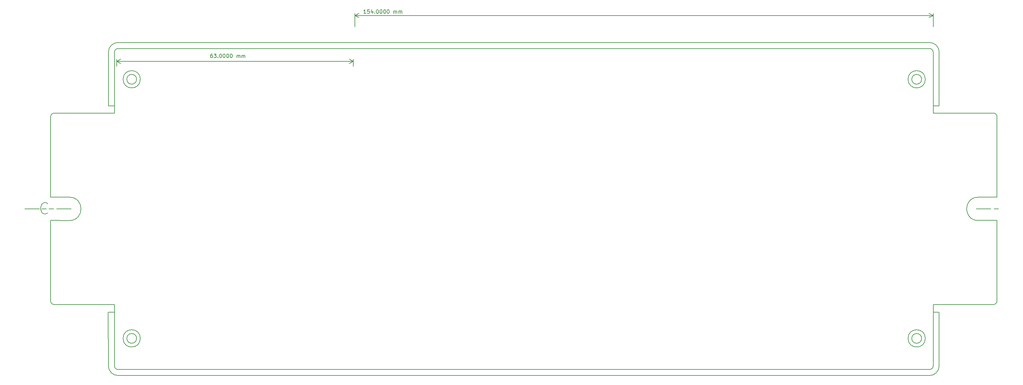
<source format=gbr>
%TF.GenerationSoftware,KiCad,Pcbnew,(6.0.11-0)*%
%TF.CreationDate,2023-05-17T22:58:47+12:00*%
%TF.ProjectId,controller-lower-cut,636f6e74-726f-46c6-9c65-722d6c6f7765,3.2*%
%TF.SameCoordinates,PX1c9c380PY1312d00*%
%TF.FileFunction,OtherDrawing,Comment*%
%FSLAX46Y46*%
G04 Gerber Fmt 4.6, Leading zero omitted, Abs format (unit mm)*
G04 Created by KiCad (PCBNEW (6.0.11-0)) date 2023-05-17 22:58:47*
%MOMM*%
%LPD*%
G01*
G04 APERTURE LIST*
%ADD10C,0.150000*%
%ADD11C,0.200000*%
G04 APERTURE END LIST*
D10*
X234300000Y-14007107D02*
G75*
G03*
X234300000Y-14007107I-1300000J0D01*
G01*
X20400000Y-4207107D02*
X236400000Y-4207107D01*
X17800000Y-21057107D02*
X17800000Y-6807107D01*
X19400000Y-23007107D02*
X19400000Y-21057107D01*
X19400000Y-6807107D02*
X19400000Y-21057107D01*
X25300000Y-83007107D02*
G75*
G03*
X25300000Y-83007107I-1300000J0D01*
G01*
X239000000Y-6807107D02*
X239000000Y-21057107D01*
X237400000Y-23007107D02*
X237400000Y-21057107D01*
X2400000Y-51607107D02*
X2400000Y-73007107D01*
X253400000Y-74007100D02*
G75*
G03*
X254400000Y-73007107I0J1000000D01*
G01*
X237400000Y-23007107D02*
X253400000Y-23007107D01*
X237400000Y-74007107D02*
X253400000Y-74007107D01*
X237400000Y-90307107D02*
X237400000Y-76057107D01*
X20400000Y-4207100D02*
G75*
G03*
X17800000Y-6807107I0J-2600000D01*
G01*
X19399993Y-90307107D02*
G75*
G03*
X20400000Y-91307107I1000007J7D01*
G01*
X238999993Y-6807107D02*
G75*
G03*
X236400000Y-4207107I-2599993J7D01*
G01*
X237400000Y-21057107D02*
X237400000Y-6807107D01*
X25300000Y-14007107D02*
G75*
G03*
X25300000Y-14007107I-1300000J0D01*
G01*
X89518Y-48507107D02*
X1300000Y-48507107D01*
X19400000Y-76057107D02*
X19400000Y-90307107D01*
X236400000Y-91307100D02*
G75*
G03*
X237400000Y-90307107I0J1000000D01*
G01*
X239000000Y-76057107D02*
X237400000Y-76057107D01*
X19400000Y-76057107D02*
X17800000Y-76057107D01*
X2400000Y-45407107D02*
X7500000Y-45407107D01*
X2400000Y-51607107D02*
X7500000Y-51621589D01*
X26300000Y-14007107D02*
G75*
G03*
X26300000Y-14007107I-2300000J0D01*
G01*
X237400000Y-76057107D02*
X237400000Y-74007107D01*
X249400000Y-45407093D02*
G75*
G03*
X249400000Y-51607107I0J-3100007D01*
G01*
X3400000Y-23007100D02*
G75*
G03*
X2400000Y-24007107I0J-1000000D01*
G01*
X2400000Y-45407107D02*
X2400000Y-24007107D01*
X17799993Y-90307107D02*
G75*
G03*
X20400000Y-92907107I2600007J7D01*
G01*
X235300000Y-83007107D02*
G75*
G03*
X235300000Y-83007107I-2300000J0D01*
G01*
X239000000Y-21057107D02*
X237400000Y-21057107D01*
X20400000Y-5807100D02*
G75*
G03*
X19400000Y-6807107I0J-1000000D01*
G01*
X19400000Y-74007107D02*
X19400000Y-76057107D01*
X254794759Y-48507107D02*
X253584277Y-48507107D01*
X254400000Y-45407107D02*
X249300000Y-45407107D01*
X254400000Y-51607107D02*
X249300000Y-51607107D01*
X20400000Y-91307107D02*
X236400000Y-91307107D01*
X20400000Y-92907107D02*
X236400000Y-92907107D01*
X1994759Y-48507107D02*
X3205241Y-48507107D01*
X19400000Y-74007107D02*
X3400000Y-74007107D01*
X254399993Y-24007107D02*
G75*
G03*
X253400000Y-23007107I-999993J7D01*
G01*
X237399993Y-6807107D02*
G75*
G03*
X236400000Y-5807107I-999993J7D01*
G01*
X7400000Y-51621593D02*
G75*
G03*
X7400000Y-45407107I0J3107243D01*
G01*
X26300000Y-83007107D02*
G75*
G03*
X26300000Y-83007107I-2300000J0D01*
G01*
X2399993Y-73007107D02*
G75*
G03*
X3400000Y-74007107I1000007J7D01*
G01*
X19400000Y-21057107D02*
X17800000Y-21057107D01*
X235300000Y-14007107D02*
G75*
G03*
X235300000Y-14007107I-2300000J0D01*
G01*
X234300000Y-83007107D02*
G75*
G03*
X234300000Y-83007107I-1300000J0D01*
G01*
X252800000Y-48507107D02*
X248900000Y-48507107D01*
X236400000Y-5807107D02*
X20400000Y-5807107D01*
X239000000Y-76057107D02*
X239000000Y-90307107D01*
X236400000Y-92907100D02*
G75*
G03*
X239000000Y-90307107I0J2600000D01*
G01*
X19400000Y-23007107D02*
X3400000Y-23007107D01*
X-4500000Y-48507107D02*
X-600000Y-48507107D01*
X254400000Y-51607107D02*
X254400000Y-73007107D01*
X254400000Y-45407107D02*
X254400000Y-24007107D01*
X3989518Y-48507107D02*
X7889518Y-48507107D01*
X17750000Y-76057107D02*
X17800000Y-90307107D01*
D11*
X1628571Y-49578535D02*
X1485714Y-49721392D01*
X1057142Y-49864249D01*
X771428Y-49864249D01*
X342857Y-49721392D01*
X57142Y-49435678D01*
X-85715Y-49149964D01*
X-228572Y-48578535D01*
X-228572Y-48149964D01*
X-85715Y-47578535D01*
X57142Y-47292821D01*
X342857Y-47007107D01*
X771428Y-46864249D01*
X1057142Y-46864249D01*
X1485714Y-47007107D01*
X1628571Y-47149964D01*
D10*
X86376190Y3540513D02*
X85804761Y3540513D01*
X86090476Y3540513D02*
X86090476Y4540513D01*
X85995238Y4397655D01*
X85900000Y4302417D01*
X85804761Y4254798D01*
X87280952Y4540513D02*
X86804761Y4540513D01*
X86757142Y4064322D01*
X86804761Y4111941D01*
X86900000Y4159560D01*
X87138095Y4159560D01*
X87233333Y4111941D01*
X87280952Y4064322D01*
X87328571Y3969084D01*
X87328571Y3730989D01*
X87280952Y3635751D01*
X87233333Y3588132D01*
X87138095Y3540513D01*
X86900000Y3540513D01*
X86804761Y3588132D01*
X86757142Y3635751D01*
X88185714Y4207179D02*
X88185714Y3540513D01*
X87947619Y4588132D02*
X87709523Y3873846D01*
X88328571Y3873846D01*
X88709523Y3635751D02*
X88757142Y3588132D01*
X88709523Y3540513D01*
X88661904Y3588132D01*
X88709523Y3635751D01*
X88709523Y3540513D01*
X89376190Y4540513D02*
X89471428Y4540513D01*
X89566666Y4492893D01*
X89614285Y4445274D01*
X89661904Y4350036D01*
X89709523Y4159560D01*
X89709523Y3921465D01*
X89661904Y3730989D01*
X89614285Y3635751D01*
X89566666Y3588132D01*
X89471428Y3540513D01*
X89376190Y3540513D01*
X89280952Y3588132D01*
X89233333Y3635751D01*
X89185714Y3730989D01*
X89138095Y3921465D01*
X89138095Y4159560D01*
X89185714Y4350036D01*
X89233333Y4445274D01*
X89280952Y4492893D01*
X89376190Y4540513D01*
X90328571Y4540513D02*
X90423809Y4540513D01*
X90519047Y4492893D01*
X90566666Y4445274D01*
X90614285Y4350036D01*
X90661904Y4159560D01*
X90661904Y3921465D01*
X90614285Y3730989D01*
X90566666Y3635751D01*
X90519047Y3588132D01*
X90423809Y3540513D01*
X90328571Y3540513D01*
X90233333Y3588132D01*
X90185714Y3635751D01*
X90138095Y3730989D01*
X90090476Y3921465D01*
X90090476Y4159560D01*
X90138095Y4350036D01*
X90185714Y4445274D01*
X90233333Y4492893D01*
X90328571Y4540513D01*
X91280952Y4540513D02*
X91376190Y4540513D01*
X91471428Y4492893D01*
X91519047Y4445274D01*
X91566666Y4350036D01*
X91614285Y4159560D01*
X91614285Y3921465D01*
X91566666Y3730989D01*
X91519047Y3635751D01*
X91471428Y3588132D01*
X91376190Y3540513D01*
X91280952Y3540513D01*
X91185714Y3588132D01*
X91138095Y3635751D01*
X91090476Y3730989D01*
X91042857Y3921465D01*
X91042857Y4159560D01*
X91090476Y4350036D01*
X91138095Y4445274D01*
X91185714Y4492893D01*
X91280952Y4540513D01*
X92233333Y4540513D02*
X92328571Y4540513D01*
X92423809Y4492893D01*
X92471428Y4445274D01*
X92519047Y4350036D01*
X92566666Y4159560D01*
X92566666Y3921465D01*
X92519047Y3730989D01*
X92471428Y3635751D01*
X92423809Y3588132D01*
X92328571Y3540513D01*
X92233333Y3540513D01*
X92138095Y3588132D01*
X92090476Y3635751D01*
X92042857Y3730989D01*
X91995238Y3921465D01*
X91995238Y4159560D01*
X92042857Y4350036D01*
X92090476Y4445274D01*
X92138095Y4492893D01*
X92233333Y4540513D01*
X93757142Y3540513D02*
X93757142Y4207179D01*
X93757142Y4111941D02*
X93804761Y4159560D01*
X93900000Y4207179D01*
X94042857Y4207179D01*
X94138095Y4159560D01*
X94185714Y4064322D01*
X94185714Y3540513D01*
X94185714Y4064322D02*
X94233333Y4159560D01*
X94328571Y4207179D01*
X94471428Y4207179D01*
X94566666Y4159560D01*
X94614285Y4064322D01*
X94614285Y3540513D01*
X95090476Y3540513D02*
X95090476Y4207179D01*
X95090476Y4111941D02*
X95138095Y4159560D01*
X95233333Y4207179D01*
X95376190Y4207179D01*
X95471428Y4159560D01*
X95519047Y4064322D01*
X95519047Y3540513D01*
X95519047Y4064322D02*
X95566666Y4159560D01*
X95661904Y4207179D01*
X95804761Y4207179D01*
X95900000Y4159560D01*
X95947619Y4064322D01*
X95947619Y3540513D01*
X237400000Y0D02*
X237400000Y3586420D01*
X83400000Y0D02*
X83400000Y3586420D01*
X237400000Y3000000D02*
X83400000Y3000000D01*
X237400000Y3000000D02*
X83400000Y3000000D01*
X237400000Y3000000D02*
X236273496Y3586421D01*
X237400000Y3000000D02*
X236273496Y2413579D01*
X83400000Y3000000D02*
X84526504Y2413579D01*
X83400000Y3000000D02*
X84526504Y3586421D01*
X45457142Y-7252380D02*
X45266666Y-7252380D01*
X45171428Y-7300000D01*
X45123809Y-7347619D01*
X45028571Y-7490476D01*
X44980952Y-7680952D01*
X44980952Y-8061904D01*
X45028571Y-8157142D01*
X45076190Y-8204761D01*
X45171428Y-8252380D01*
X45361904Y-8252380D01*
X45457142Y-8204761D01*
X45504761Y-8157142D01*
X45552380Y-8061904D01*
X45552380Y-7823809D01*
X45504761Y-7728571D01*
X45457142Y-7680952D01*
X45361904Y-7633333D01*
X45171428Y-7633333D01*
X45076190Y-7680952D01*
X45028571Y-7728571D01*
X44980952Y-7823809D01*
X45885714Y-7252380D02*
X46504761Y-7252380D01*
X46171428Y-7633333D01*
X46314285Y-7633333D01*
X46409523Y-7680952D01*
X46457142Y-7728571D01*
X46504761Y-7823809D01*
X46504761Y-8061904D01*
X46457142Y-8157142D01*
X46409523Y-8204761D01*
X46314285Y-8252380D01*
X46028571Y-8252380D01*
X45933333Y-8204761D01*
X45885714Y-8157142D01*
X46933333Y-8157142D02*
X46980952Y-8204761D01*
X46933333Y-8252380D01*
X46885714Y-8204761D01*
X46933333Y-8157142D01*
X46933333Y-8252380D01*
X47600000Y-7252380D02*
X47695238Y-7252380D01*
X47790476Y-7300000D01*
X47838095Y-7347619D01*
X47885714Y-7442857D01*
X47933333Y-7633333D01*
X47933333Y-7871428D01*
X47885714Y-8061904D01*
X47838095Y-8157142D01*
X47790476Y-8204761D01*
X47695238Y-8252380D01*
X47600000Y-8252380D01*
X47504761Y-8204761D01*
X47457142Y-8157142D01*
X47409523Y-8061904D01*
X47361904Y-7871428D01*
X47361904Y-7633333D01*
X47409523Y-7442857D01*
X47457142Y-7347619D01*
X47504761Y-7300000D01*
X47600000Y-7252380D01*
X48552380Y-7252380D02*
X48647619Y-7252380D01*
X48742857Y-7300000D01*
X48790476Y-7347619D01*
X48838095Y-7442857D01*
X48885714Y-7633333D01*
X48885714Y-7871428D01*
X48838095Y-8061904D01*
X48790476Y-8157142D01*
X48742857Y-8204761D01*
X48647619Y-8252380D01*
X48552380Y-8252380D01*
X48457142Y-8204761D01*
X48409523Y-8157142D01*
X48361904Y-8061904D01*
X48314285Y-7871428D01*
X48314285Y-7633333D01*
X48361904Y-7442857D01*
X48409523Y-7347619D01*
X48457142Y-7300000D01*
X48552380Y-7252380D01*
X49504761Y-7252380D02*
X49600000Y-7252380D01*
X49695238Y-7300000D01*
X49742857Y-7347619D01*
X49790476Y-7442857D01*
X49838095Y-7633333D01*
X49838095Y-7871428D01*
X49790476Y-8061904D01*
X49742857Y-8157142D01*
X49695238Y-8204761D01*
X49600000Y-8252380D01*
X49504761Y-8252380D01*
X49409523Y-8204761D01*
X49361904Y-8157142D01*
X49314285Y-8061904D01*
X49266666Y-7871428D01*
X49266666Y-7633333D01*
X49314285Y-7442857D01*
X49361904Y-7347619D01*
X49409523Y-7300000D01*
X49504761Y-7252380D01*
X50457142Y-7252380D02*
X50552380Y-7252380D01*
X50647619Y-7300000D01*
X50695238Y-7347619D01*
X50742857Y-7442857D01*
X50790476Y-7633333D01*
X50790476Y-7871428D01*
X50742857Y-8061904D01*
X50695238Y-8157142D01*
X50647619Y-8204761D01*
X50552380Y-8252380D01*
X50457142Y-8252380D01*
X50361904Y-8204761D01*
X50314285Y-8157142D01*
X50266666Y-8061904D01*
X50219047Y-7871428D01*
X50219047Y-7633333D01*
X50266666Y-7442857D01*
X50314285Y-7347619D01*
X50361904Y-7300000D01*
X50457142Y-7252380D01*
X51980952Y-8252380D02*
X51980952Y-7585714D01*
X51980952Y-7680952D02*
X52028571Y-7633333D01*
X52123809Y-7585714D01*
X52266666Y-7585714D01*
X52361904Y-7633333D01*
X52409523Y-7728571D01*
X52409523Y-8252380D01*
X52409523Y-7728571D02*
X52457142Y-7633333D01*
X52552380Y-7585714D01*
X52695238Y-7585714D01*
X52790476Y-7633333D01*
X52838095Y-7728571D01*
X52838095Y-8252380D01*
X53314285Y-8252380D02*
X53314285Y-7585714D01*
X53314285Y-7680952D02*
X53361904Y-7633333D01*
X53457142Y-7585714D01*
X53600000Y-7585714D01*
X53695238Y-7633333D01*
X53742857Y-7728571D01*
X53742857Y-8252380D01*
X53742857Y-7728571D02*
X53790476Y-7633333D01*
X53885714Y-7585714D01*
X54028571Y-7585714D01*
X54123809Y-7633333D01*
X54171428Y-7728571D01*
X54171428Y-8252380D01*
X20000000Y-10500000D02*
X20000000Y-8613580D01*
X83000000Y-8613580D02*
X83000000Y-10500000D01*
X20000000Y-9200000D02*
X83000000Y-9200000D01*
X20000000Y-9200000D02*
X83000000Y-9200000D01*
X20000000Y-9200000D02*
X21126504Y-9786421D01*
X20000000Y-9200000D02*
X21126504Y-8613579D01*
X83000000Y-9200000D02*
X81873496Y-8613579D01*
X83000000Y-9200000D02*
X81873496Y-9786421D01*
M02*

</source>
